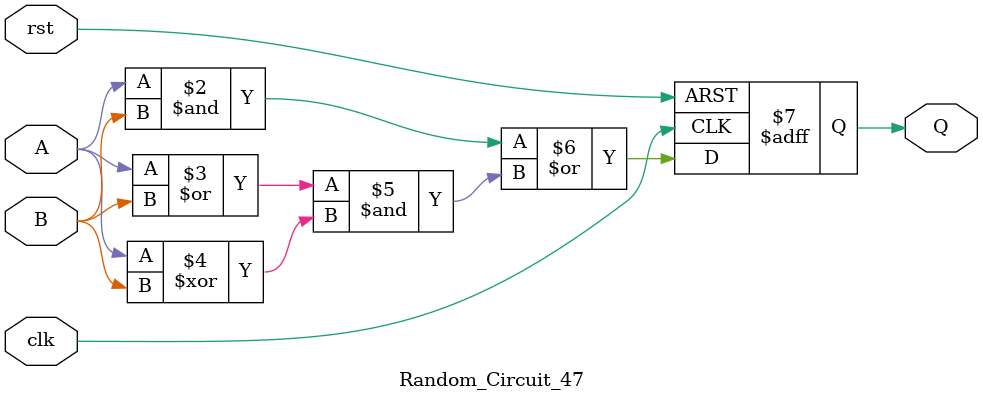
<source format=v>
module Random_Circuit_47 (
    input A, B, clk, rst,
    output reg Q
);
    always @(posedge clk or posedge rst) begin
        if (rst)
            Q <= 0;
        else
            Q <= (A & B) | (A | B) & (A ^ B);  // AND, OR, XOR logic
    end
endmodule

</source>
